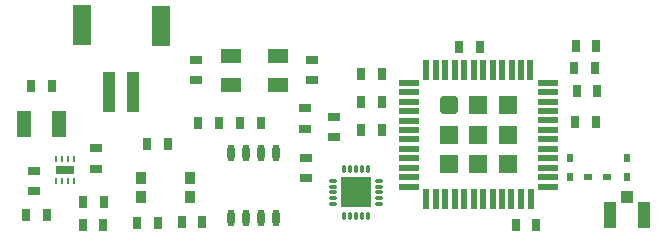
<source format=gtp>
G04 Layer_Color=8421504*
%FSAX25Y25*%
%MOIN*%
G70*
G01*
G75*
%ADD10R,0.04134X0.08661*%
%ADD11R,0.03937X0.03937*%
%ADD12R,0.03543X0.03937*%
%ADD13R,0.05905X0.13386*%
%ADD14R,0.03937X0.13386*%
%ADD15R,0.05905X0.05905*%
G04:AMPARAMS|DCode=16|XSize=59.05mil|YSize=59.05mil|CornerRadius=5.91mil|HoleSize=0mil|Usage=FLASHONLY|Rotation=0.000|XOffset=0mil|YOffset=0mil|HoleType=Round|Shape=RoundedRectangle|*
%AMROUNDEDRECTD16*
21,1,0.05905,0.04724,0,0,0.0*
21,1,0.04724,0.05905,0,0,0.0*
1,1,0.01181,0.02362,-0.02362*
1,1,0.01181,-0.02362,-0.02362*
1,1,0.01181,-0.02362,0.02362*
1,1,0.01181,0.02362,0.02362*
%
%ADD16ROUNDEDRECTD16*%
%ADD17R,0.01968X0.06693*%
%ADD18R,0.06693X0.01968*%
%ADD19R,0.03150X0.03937*%
%ADD20R,0.00984X0.01968*%
%ADD21R,0.06496X0.02716*%
%ADD22R,0.09842X0.09842*%
%ADD23O,0.01181X0.02874*%
%ADD24O,0.02874X0.01181*%
%ADD25R,0.03937X0.03150*%
%ADD26O,0.02362X0.05709*%
%ADD27R,0.07087X0.04724*%
%ADD28R,0.03150X0.02362*%
%ADD29R,0.02362X0.03150*%
%ADD30R,0.05118X0.08661*%
D10*
X0521004Y0389421D02*
D03*
X0509390D02*
D03*
D11*
X0515197Y0395327D02*
D03*
D12*
X0369496Y0401772D02*
D03*
X0353354D02*
D03*
Y0395472D02*
D03*
X0369496D02*
D03*
D13*
X0359724Y0452480D02*
D03*
X0333461Y0452525D02*
D03*
D14*
X0342568Y0430429D02*
D03*
X0350481Y0430438D02*
D03*
D15*
X0475520Y0406280D02*
D03*
X0465677D02*
D03*
X0455736D02*
D03*
X0475520Y0416122D02*
D03*
X0465677D02*
D03*
X0455835D02*
D03*
X0475520Y0425965D02*
D03*
X0465677Y0425965D02*
D03*
D16*
X0455835Y0425965D02*
D03*
D17*
X0448347Y0437598D02*
D03*
X0451535D02*
D03*
X0454685D02*
D03*
X0457835D02*
D03*
X0460984D02*
D03*
X0464134D02*
D03*
X0467283D02*
D03*
X0470433D02*
D03*
X0473583D02*
D03*
X0476732D02*
D03*
X0479843D02*
D03*
X0483032D02*
D03*
X0483189Y0394665D02*
D03*
X0479878Y0394665D02*
D03*
X0476701D02*
D03*
X0473551Y0394669D02*
D03*
X0470402Y0394669D02*
D03*
X0467252Y0394665D02*
D03*
X0464102D02*
D03*
X0460953Y0394665D02*
D03*
X0457803Y0394665D02*
D03*
X0454654Y0394665D02*
D03*
X0451504D02*
D03*
X0448347D02*
D03*
D18*
X0488898Y0433465D02*
D03*
Y0430315D02*
D03*
Y0427126D02*
D03*
Y0424016D02*
D03*
Y0420866D02*
D03*
Y0417677D02*
D03*
X0488905Y0414547D02*
D03*
X0488905Y0411398D02*
D03*
X0488905Y0408248D02*
D03*
X0488905Y0405110D02*
D03*
X0488905Y0401953D02*
D03*
Y0398799D02*
D03*
X0442441Y0398819D02*
D03*
Y0401929D02*
D03*
Y0405118D02*
D03*
Y0408228D02*
D03*
Y0411378D02*
D03*
Y0414567D02*
D03*
Y0417677D02*
D03*
Y0420827D02*
D03*
Y0423976D02*
D03*
Y0427126D02*
D03*
Y0430315D02*
D03*
Y0433465D02*
D03*
D19*
X0498435Y0430551D02*
D03*
X0505310D02*
D03*
X0459340Y0445276D02*
D03*
X0466215D02*
D03*
X0379242Y0420118D02*
D03*
X0372368D02*
D03*
X0478120Y0386024D02*
D03*
X0484995D02*
D03*
X0352017Y0386772D02*
D03*
X0358892D02*
D03*
X0333789Y0385866D02*
D03*
X0340664D02*
D03*
X0340739Y0393701D02*
D03*
X0333864D02*
D03*
X0323416Y0432205D02*
D03*
X0316541D02*
D03*
X0386248Y0420039D02*
D03*
X0393123D02*
D03*
X0373673Y0386890D02*
D03*
X0366798D02*
D03*
X0498020Y0420197D02*
D03*
X0504895D02*
D03*
X0433476Y0417717D02*
D03*
X0426601D02*
D03*
X0426524Y0436339D02*
D03*
X0433399D02*
D03*
X0426642Y0426968D02*
D03*
X0433517D02*
D03*
X0321802Y0389409D02*
D03*
X0314927D02*
D03*
X0362156Y0413150D02*
D03*
X0355281D02*
D03*
X0504990Y0445709D02*
D03*
X0498115D02*
D03*
X0504479Y0438228D02*
D03*
X0497604D02*
D03*
D20*
X0324882Y0400630D02*
D03*
X0326850D02*
D03*
X0328819D02*
D03*
X0330787D02*
D03*
X0324882Y0408110D02*
D03*
X0326850D02*
D03*
X0328819D02*
D03*
X0330787D02*
D03*
D21*
X0327835Y0404370D02*
D03*
D22*
X0424921Y0396850D02*
D03*
D23*
X0420984Y0404587D02*
D03*
X0422953D02*
D03*
X0424921D02*
D03*
X0426890D02*
D03*
X0428858D02*
D03*
Y0389114D02*
D03*
X0426890D02*
D03*
X0424921D02*
D03*
X0422953D02*
D03*
X0420984D02*
D03*
D24*
X0432657Y0400787D02*
D03*
Y0398819D02*
D03*
Y0396850D02*
D03*
Y0394882D02*
D03*
Y0392913D02*
D03*
X0417185D02*
D03*
Y0394882D02*
D03*
Y0396850D02*
D03*
Y0398819D02*
D03*
Y0400787D02*
D03*
D25*
X0417520Y0415206D02*
D03*
Y0422081D02*
D03*
X0410079Y0441153D02*
D03*
Y0434278D02*
D03*
X0371417Y0441075D02*
D03*
Y0434200D02*
D03*
X0408071Y0408437D02*
D03*
Y0401562D02*
D03*
X0407913Y0424933D02*
D03*
Y0418058D02*
D03*
X0338228Y0404673D02*
D03*
Y0411548D02*
D03*
X0317598Y0404146D02*
D03*
Y0397271D02*
D03*
D26*
X0383209Y0388484D02*
D03*
X0388209D02*
D03*
X0393209D02*
D03*
X0398209D02*
D03*
X0383209Y0409941D02*
D03*
X0388209D02*
D03*
X0393209D02*
D03*
X0398209D02*
D03*
D27*
X0399017Y0442293D02*
D03*
Y0432844D02*
D03*
X0383269Y0442293D02*
D03*
Y0432844D02*
D03*
D28*
X0502323Y0401850D02*
D03*
X0508583D02*
D03*
D29*
X0496063Y0401929D02*
D03*
Y0408189D02*
D03*
X0515197Y0408386D02*
D03*
Y0402126D02*
D03*
D30*
X0325709Y0419567D02*
D03*
X0314055D02*
D03*
M02*

</source>
